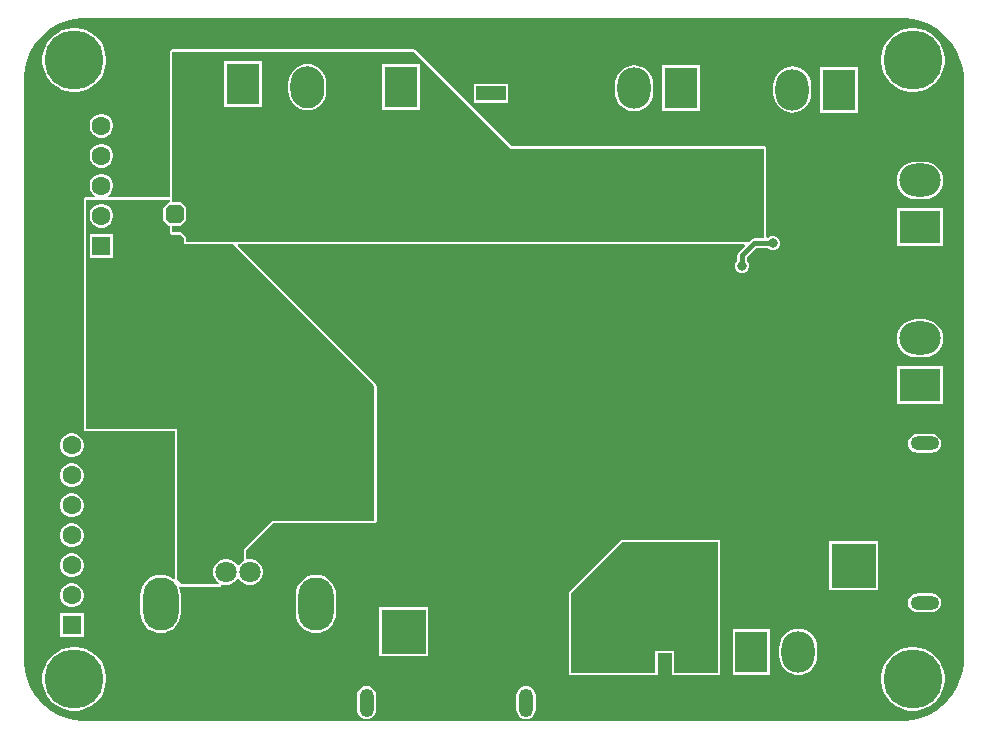
<source format=gbr>
%TF.GenerationSoftware,Altium Limited,Altium Designer,22.5.1 (42)*%
G04 Layer_Physical_Order=3*
G04 Layer_Color=16440176*
%FSLAX44Y44*%
%MOMM*%
%TF.SameCoordinates,01627914-4FCA-44A5-8146-F6A238B5A28C*%
%TF.FilePolarity,Positive*%
%TF.FileFunction,Copper,L3,Inr,Signal*%
%TF.Part,Single*%
G01*
G75*
%TA.AperFunction,Conductor*%
%ADD30C,0.3810*%
%TA.AperFunction,ComponentPad*%
%ADD33C,5.0000*%
G04:AMPARAMS|DCode=34|XSize=1.6mm|YSize=1.6mm|CornerRadius=0mm|HoleSize=0mm|Usage=FLASHONLY|Rotation=90.000|XOffset=0mm|YOffset=0mm|HoleType=Round|Shape=Octagon|*
%AMOCTAGOND34*
4,1,8,0.4000,0.8000,-0.4000,0.8000,-0.8000,0.4000,-0.8000,-0.4000,-0.4000,-0.8000,0.4000,-0.8000,0.8000,-0.4000,0.8000,0.4000,0.4000,0.8000,0.0*
%
%ADD34OCTAGOND34*%

%ADD35O,3.5000X2.8000*%
%ADD36R,3.5000X2.8000*%
%ADD37O,2.8000X3.5000*%
%ADD38R,2.8000X3.5000*%
%ADD39C,1.8000*%
%ADD40R,1.8000X1.8000*%
%ADD41O,3.0000X4.5000*%
%ADD42C,3.7160*%
%ADD43R,3.7160X3.7160*%
%ADD44O,1.2000X2.4000*%
%ADD45R,1.2000X2.5000*%
%ADD46R,2.5000X1.2000*%
%ADD47R,3.7160X3.7160*%
%ADD48O,2.4000X1.2000*%
%ADD49C,1.6000*%
%ADD50R,1.6000X1.6000*%
%TA.AperFunction,ViaPad*%
%ADD51C,0.8000*%
%ADD52C,1.2700*%
G36*
X355354Y297055D02*
X362060Y295258D01*
X368474Y292601D01*
X374487Y289130D01*
X379994Y284904D01*
X384904Y279994D01*
X389130Y274487D01*
X392601Y268474D01*
X395258Y262060D01*
X397055Y255354D01*
X397961Y248471D01*
Y245000D01*
X397961Y-245000D01*
X397961Y-248471D01*
X397055Y-255354D01*
X395258Y-262060D01*
X392601Y-268474D01*
X389130Y-274487D01*
X384904Y-279994D01*
X379994Y-284904D01*
X374487Y-289130D01*
X368474Y-292601D01*
X362060Y-295258D01*
X355354Y-297055D01*
X348471Y-297961D01*
X-348471D01*
X-355354Y-297055D01*
X-362060Y-295258D01*
X-368474Y-292601D01*
X-374487Y-289130D01*
X-379994Y-284904D01*
X-384904Y-279994D01*
X-389130Y-274487D01*
X-392601Y-268474D01*
X-395258Y-262060D01*
X-397055Y-255354D01*
X-397961Y-248471D01*
X-397961Y-245000D01*
Y245000D01*
X-397961Y248471D01*
X-397055Y255354D01*
X-395258Y262060D01*
X-392601Y268474D01*
X-389130Y274487D01*
X-384904Y279994D01*
X-379994Y284904D01*
X-374487Y289130D01*
X-368474Y292601D01*
X-362060Y295258D01*
X-355354Y297055D01*
X-348471Y297961D01*
X348471D01*
X355354Y297055D01*
D02*
G37*
%LPC*%
G36*
X357125Y289000D02*
X352875D01*
X348677Y288335D01*
X344636Y287022D01*
X340849Y285093D01*
X337411Y282595D01*
X334406Y279589D01*
X331908Y276151D01*
X329978Y272364D01*
X328665Y268323D01*
X328000Y264125D01*
Y259875D01*
X328665Y255678D01*
X329978Y251636D01*
X331908Y247849D01*
X334406Y244411D01*
X337411Y241406D01*
X340849Y238908D01*
X344636Y236978D01*
X348677Y235665D01*
X352875Y235000D01*
X357125D01*
X361323Y235665D01*
X365364Y236978D01*
X369151Y238908D01*
X372589Y241406D01*
X375594Y244411D01*
X378092Y247849D01*
X380022Y251636D01*
X381335Y255678D01*
X382000Y259875D01*
Y264125D01*
X381335Y268323D01*
X380022Y272364D01*
X378092Y276151D01*
X375594Y279589D01*
X372589Y282595D01*
X369151Y285093D01*
X365364Y287022D01*
X361323Y288335D01*
X357125Y289000D01*
D02*
G37*
G36*
X-352875D02*
X-357125D01*
X-361323Y288335D01*
X-365364Y287022D01*
X-369151Y285093D01*
X-372589Y282595D01*
X-375594Y279589D01*
X-378092Y276151D01*
X-380022Y272364D01*
X-381335Y268323D01*
X-382000Y264125D01*
Y259875D01*
X-381335Y255678D01*
X-380022Y251636D01*
X-378092Y247849D01*
X-375594Y244411D01*
X-372589Y241406D01*
X-369151Y238908D01*
X-365364Y236978D01*
X-361323Y235665D01*
X-357125Y235000D01*
X-352875D01*
X-348677Y235665D01*
X-344636Y236978D01*
X-340849Y238908D01*
X-337411Y241406D01*
X-334406Y244411D01*
X-331908Y247849D01*
X-329978Y251636D01*
X-328665Y255678D01*
X-328000Y259875D01*
Y264125D01*
X-328665Y268323D01*
X-329978Y272364D01*
X-331908Y276151D01*
X-334406Y279589D01*
X-337411Y282595D01*
X-340849Y285093D01*
X-344636Y287022D01*
X-348677Y288335D01*
X-352875Y289000D01*
D02*
G37*
G36*
X12500Y242000D02*
X-16500D01*
Y226000D01*
X12500D01*
Y242000D01*
D02*
G37*
G36*
X174600Y257500D02*
X142600D01*
Y218500D01*
X174600D01*
Y257500D01*
D02*
G37*
G36*
X119000Y257577D02*
X115863Y257269D01*
X112847Y256354D01*
X110068Y254868D01*
X107632Y252868D01*
X105632Y250432D01*
X104146Y247653D01*
X103231Y244636D01*
X102923Y241500D01*
Y234500D01*
X103231Y231364D01*
X104146Y228347D01*
X105632Y225568D01*
X107632Y223132D01*
X110068Y221132D01*
X112847Y219646D01*
X115863Y218731D01*
X119000Y218423D01*
X122136Y218731D01*
X125153Y219646D01*
X127932Y221132D01*
X130368Y223132D01*
X132368Y225568D01*
X133854Y228347D01*
X134768Y231364D01*
X135077Y234500D01*
Y241500D01*
X134768Y244636D01*
X133854Y247653D01*
X132368Y250432D01*
X130368Y252868D01*
X127932Y254868D01*
X125153Y256354D01*
X122136Y257269D01*
X119000Y257577D01*
D02*
G37*
G36*
X308600Y256500D02*
X276600D01*
Y217500D01*
X308600D01*
Y256500D01*
D02*
G37*
G36*
X253000Y256577D02*
X249863Y256269D01*
X246847Y255354D01*
X244068Y253868D01*
X241632Y251868D01*
X239632Y249432D01*
X238146Y246653D01*
X237232Y243636D01*
X236923Y240500D01*
Y233500D01*
X237232Y230364D01*
X238146Y227347D01*
X239632Y224568D01*
X241632Y222132D01*
X244068Y220132D01*
X246847Y218646D01*
X249863Y217731D01*
X253000Y217423D01*
X256136Y217731D01*
X259153Y218646D01*
X261932Y220132D01*
X264368Y222132D01*
X266368Y224568D01*
X267854Y227347D01*
X268769Y230364D01*
X269077Y233500D01*
Y240500D01*
X268769Y243636D01*
X267854Y246653D01*
X266368Y249432D01*
X264368Y251868D01*
X261932Y253868D01*
X259153Y255354D01*
X256136Y256269D01*
X253000Y256577D01*
D02*
G37*
G36*
X-330684Y216400D02*
X-333316D01*
X-335860Y215718D01*
X-338140Y214402D01*
X-340002Y212540D01*
X-341319Y210260D01*
X-342000Y207717D01*
Y205084D01*
X-341319Y202540D01*
X-340002Y200260D01*
X-338140Y198398D01*
X-335860Y197082D01*
X-333316Y196400D01*
X-330684D01*
X-328140Y197082D01*
X-325860Y198398D01*
X-323998Y200260D01*
X-322682Y202540D01*
X-322000Y205084D01*
Y207717D01*
X-322682Y210260D01*
X-323998Y212540D01*
X-325860Y214402D01*
X-328140Y215718D01*
X-330684Y216400D01*
D02*
G37*
G36*
Y191000D02*
X-333316D01*
X-335860Y190319D01*
X-338140Y189002D01*
X-340002Y187140D01*
X-341319Y184860D01*
X-342000Y182316D01*
Y179683D01*
X-341319Y177140D01*
X-340002Y174860D01*
X-338140Y172998D01*
X-335860Y171681D01*
X-333316Y171000D01*
X-330684D01*
X-328140Y171681D01*
X-325860Y172998D01*
X-323998Y174860D01*
X-322682Y177140D01*
X-322000Y179683D01*
Y182316D01*
X-322682Y184860D01*
X-323998Y187140D01*
X-325860Y189002D01*
X-328140Y190319D01*
X-330684Y191000D01*
D02*
G37*
G36*
X-67000Y271039D02*
X-272000D01*
X-272780Y270884D01*
X-273442Y270442D01*
X-273884Y269780D01*
X-274039Y269000D01*
Y145789D01*
X-326453D01*
X-326793Y147059D01*
X-325860Y147598D01*
X-323998Y149460D01*
X-322682Y151740D01*
X-322000Y154284D01*
Y156917D01*
X-322682Y159460D01*
X-323998Y161740D01*
X-325860Y163602D01*
X-328140Y164918D01*
X-330684Y165600D01*
X-333316D01*
X-335860Y164918D01*
X-338140Y163602D01*
X-340002Y161740D01*
X-341319Y159460D01*
X-342000Y156917D01*
Y154284D01*
X-341319Y151740D01*
X-340002Y149460D01*
X-338140Y147598D01*
X-337207Y147059D01*
X-337547Y145789D01*
X-345000D01*
X-345780Y145634D01*
X-346442Y145192D01*
X-346884Y144530D01*
X-347039Y143750D01*
Y-50000D01*
X-346884Y-50780D01*
X-346442Y-51442D01*
X-345780Y-51884D01*
X-345000Y-52039D01*
X-270039D01*
Y-82000D01*
Y-177099D01*
X-271309Y-177700D01*
X-272410Y-176797D01*
X-275363Y-175218D01*
X-278567Y-174246D01*
X-281900Y-173918D01*
X-285233Y-174246D01*
X-288437Y-175218D01*
X-291390Y-176797D01*
X-293979Y-178921D01*
X-296103Y-181510D01*
X-297682Y-184463D01*
X-298654Y-187667D01*
X-298982Y-191000D01*
Y-206000D01*
X-298654Y-209333D01*
X-297682Y-212537D01*
X-296103Y-215490D01*
X-293979Y-218079D01*
X-291390Y-220203D01*
X-288437Y-221782D01*
X-285233Y-222754D01*
X-281900Y-223082D01*
X-278567Y-222754D01*
X-275363Y-221782D01*
X-272410Y-220203D01*
X-269821Y-218079D01*
X-267697Y-215490D01*
X-266118Y-212537D01*
X-265146Y-209333D01*
X-264818Y-206000D01*
Y-191000D01*
X-265146Y-187667D01*
X-266097Y-184531D01*
X-266021Y-184407D01*
X-265012Y-183729D01*
X-264780Y-183884D01*
X-264000Y-184039D01*
X-232380D01*
X-232248Y-184013D01*
X-232114Y-184022D01*
X-231861Y-183936D01*
X-231600Y-183884D01*
X-231488Y-183809D01*
X-231361Y-183766D01*
X-231160Y-183590D01*
X-230938Y-183442D01*
X-230864Y-183330D01*
X-230763Y-183241D01*
X-230644Y-183002D01*
X-230496Y-182780D01*
X-229690Y-182112D01*
X-229384Y-181935D01*
X-227648Y-182400D01*
X-224752D01*
X-221954Y-181650D01*
X-219446Y-180202D01*
X-217398Y-178154D01*
X-216835Y-177179D01*
X-215565D01*
X-215002Y-178154D01*
X-212954Y-180202D01*
X-210446Y-181650D01*
X-207648Y-182400D01*
X-204752D01*
X-201954Y-181650D01*
X-199446Y-180202D01*
X-197398Y-178154D01*
X-195950Y-175646D01*
X-195200Y-172848D01*
Y-169952D01*
X-195950Y-167154D01*
X-197398Y-164646D01*
X-199446Y-162598D01*
X-201954Y-161150D01*
X-204752Y-160400D01*
X-207648D01*
X-208453Y-160616D01*
X-209461Y-159843D01*
Y-152595D01*
X-186905Y-130039D01*
X-101000D01*
X-100220Y-129884D01*
X-99558Y-129442D01*
X-99116Y-128780D01*
X-98961Y-128000D01*
Y-73000D01*
Y-13750D01*
X-98961Y-13750D01*
X-99116Y-12970D01*
X-99558Y-12308D01*
X-99558Y-12308D01*
X-216654Y104788D01*
X-216168Y105961D01*
X212421D01*
X212907Y104788D01*
X207435Y99315D01*
X206572Y98024D01*
X206269Y96500D01*
Y92254D01*
X205163Y91149D01*
X204250Y88944D01*
Y86557D01*
X205163Y84351D01*
X206851Y82663D01*
X209056Y81750D01*
X211444D01*
X213649Y82663D01*
X215337Y84351D01*
X216250Y86557D01*
Y88944D01*
X215337Y91149D01*
X214231Y92254D01*
Y94851D01*
X222399Y103019D01*
X231746D01*
X232851Y101913D01*
X235056Y101000D01*
X237444D01*
X239649Y101913D01*
X241337Y103601D01*
X242250Y105807D01*
Y108194D01*
X241337Y110399D01*
X239649Y112086D01*
X237444Y113000D01*
X235056D01*
X232851Y112086D01*
X232309Y111545D01*
X231039Y112071D01*
Y187000D01*
X230884Y187780D01*
X230442Y188442D01*
X229780Y188884D01*
X229000Y189039D01*
X15845D01*
X-65558Y270442D01*
X-66220Y270884D01*
X-67000Y271039D01*
D02*
G37*
G36*
X364500Y176077D02*
X357500D01*
X354364Y175769D01*
X351347Y174854D01*
X348568Y173368D01*
X346132Y171369D01*
X344132Y168932D01*
X342646Y166153D01*
X341731Y163137D01*
X341423Y160000D01*
X341731Y156863D01*
X342646Y153847D01*
X344132Y151068D01*
X346132Y148632D01*
X348568Y146632D01*
X351347Y145146D01*
X354364Y144232D01*
X357500Y143923D01*
X364500D01*
X367636Y144232D01*
X370653Y145146D01*
X373432Y146632D01*
X375868Y148632D01*
X377868Y151068D01*
X379354Y153847D01*
X380269Y156863D01*
X380577Y160000D01*
X380269Y163137D01*
X379354Y166153D01*
X377868Y168932D01*
X375868Y171369D01*
X373432Y173368D01*
X370653Y174854D01*
X367636Y175769D01*
X364500Y176077D01*
D02*
G37*
G36*
X380500Y136400D02*
X341500D01*
Y104400D01*
X380500D01*
Y136400D01*
D02*
G37*
G36*
X364500Y42477D02*
X357500D01*
X354364Y42168D01*
X351347Y41254D01*
X348568Y39768D01*
X346132Y37768D01*
X344132Y35332D01*
X342646Y32552D01*
X341731Y29536D01*
X341423Y26400D01*
X341731Y23263D01*
X342646Y20247D01*
X344132Y17468D01*
X346132Y15031D01*
X348568Y13032D01*
X351347Y11546D01*
X354364Y10632D01*
X357500Y10323D01*
X364500D01*
X367636Y10632D01*
X370653Y11546D01*
X373432Y13032D01*
X375868Y15031D01*
X377868Y17468D01*
X379354Y20247D01*
X380269Y23263D01*
X380577Y26400D01*
X380269Y29536D01*
X379354Y32552D01*
X377868Y35332D01*
X375868Y37768D01*
X373432Y39768D01*
X370653Y41254D01*
X367636Y42168D01*
X364500Y42477D01*
D02*
G37*
G36*
X380500Y2800D02*
X341500D01*
Y-29200D01*
X380500D01*
Y2800D01*
D02*
G37*
G36*
X371000Y-54431D02*
X359000D01*
X356912Y-54706D01*
X354966Y-55512D01*
X353294Y-56794D01*
X352012Y-58465D01*
X351206Y-60412D01*
X350931Y-62500D01*
X351206Y-64588D01*
X352012Y-66535D01*
X353294Y-68206D01*
X354966Y-69488D01*
X356912Y-70294D01*
X359000Y-70569D01*
X371000D01*
X373088Y-70294D01*
X375034Y-69488D01*
X376706Y-68206D01*
X377988Y-66535D01*
X378794Y-64588D01*
X379069Y-62500D01*
X378794Y-60412D01*
X377988Y-58465D01*
X376706Y-56794D01*
X375034Y-55512D01*
X373088Y-54706D01*
X371000Y-54431D01*
D02*
G37*
G36*
X-355684Y-54200D02*
X-358317D01*
X-360860Y-54882D01*
X-363140Y-56198D01*
X-365002Y-58060D01*
X-366319Y-60340D01*
X-367000Y-62884D01*
Y-65517D01*
X-366319Y-68060D01*
X-365002Y-70340D01*
X-363140Y-72202D01*
X-360860Y-73519D01*
X-358317Y-74200D01*
X-355684D01*
X-353140Y-73519D01*
X-350860Y-72202D01*
X-348998Y-70340D01*
X-347682Y-68060D01*
X-347000Y-65517D01*
Y-62884D01*
X-347682Y-60340D01*
X-348998Y-58060D01*
X-350860Y-56198D01*
X-353140Y-54882D01*
X-355684Y-54200D01*
D02*
G37*
G36*
Y-79600D02*
X-358317D01*
X-360860Y-80281D01*
X-363140Y-81598D01*
X-365002Y-83460D01*
X-366319Y-85740D01*
X-367000Y-88284D01*
Y-90917D01*
X-366319Y-93460D01*
X-365002Y-95740D01*
X-363140Y-97602D01*
X-360860Y-98919D01*
X-358317Y-99600D01*
X-355684D01*
X-353140Y-98919D01*
X-350860Y-97602D01*
X-348998Y-95740D01*
X-347682Y-93460D01*
X-347000Y-90917D01*
Y-88284D01*
X-347682Y-85740D01*
X-348998Y-83460D01*
X-350860Y-81598D01*
X-353140Y-80281D01*
X-355684Y-79600D01*
D02*
G37*
G36*
X-355684Y-105000D02*
X-358316D01*
X-360860Y-105681D01*
X-363140Y-106998D01*
X-365002Y-108860D01*
X-366319Y-111140D01*
X-367000Y-113684D01*
Y-116316D01*
X-366319Y-118860D01*
X-365002Y-121140D01*
X-363140Y-123002D01*
X-360860Y-124319D01*
X-358316Y-125000D01*
X-355684D01*
X-353140Y-124319D01*
X-350860Y-123002D01*
X-348998Y-121140D01*
X-347682Y-118860D01*
X-347000Y-116316D01*
Y-113684D01*
X-347682Y-111140D01*
X-348998Y-108860D01*
X-350860Y-106998D01*
X-353140Y-105681D01*
X-355684Y-105000D01*
D02*
G37*
G36*
X-355684Y-130400D02*
X-358317D01*
X-360860Y-131081D01*
X-363140Y-132398D01*
X-365002Y-134260D01*
X-366319Y-136540D01*
X-367000Y-139083D01*
Y-141716D01*
X-366319Y-144260D01*
X-365002Y-146540D01*
X-363140Y-148402D01*
X-360860Y-149719D01*
X-358317Y-150400D01*
X-355684D01*
X-353140Y-149719D01*
X-350860Y-148402D01*
X-348998Y-146540D01*
X-347682Y-144260D01*
X-347000Y-141716D01*
Y-139083D01*
X-347682Y-136540D01*
X-348998Y-134260D01*
X-350860Y-132398D01*
X-353140Y-131081D01*
X-355684Y-130400D01*
D02*
G37*
G36*
Y-155800D02*
X-358317D01*
X-360860Y-156482D01*
X-363140Y-157798D01*
X-365002Y-159660D01*
X-366319Y-161940D01*
X-367000Y-164484D01*
Y-167117D01*
X-366319Y-169660D01*
X-365002Y-171940D01*
X-363140Y-173802D01*
X-360860Y-175119D01*
X-358317Y-175800D01*
X-355684D01*
X-353140Y-175119D01*
X-350860Y-173802D01*
X-348998Y-171940D01*
X-347682Y-169660D01*
X-347000Y-167117D01*
Y-164484D01*
X-347682Y-161940D01*
X-348998Y-159660D01*
X-350860Y-157798D01*
X-353140Y-156482D01*
X-355684Y-155800D01*
D02*
G37*
G36*
X325580Y-145420D02*
X284420D01*
Y-186580D01*
X325580D01*
Y-145420D01*
D02*
G37*
G36*
X-355684Y-181200D02*
X-358317D01*
X-360860Y-181882D01*
X-363140Y-183198D01*
X-365002Y-185060D01*
X-366319Y-187340D01*
X-367000Y-189883D01*
Y-192516D01*
X-366319Y-195060D01*
X-365002Y-197340D01*
X-363140Y-199202D01*
X-360860Y-200518D01*
X-358317Y-201200D01*
X-355684D01*
X-353140Y-200518D01*
X-350860Y-199202D01*
X-348998Y-197340D01*
X-347682Y-195060D01*
X-347000Y-192516D01*
Y-189883D01*
X-347682Y-187340D01*
X-348998Y-185060D01*
X-350860Y-183198D01*
X-353140Y-181882D01*
X-355684Y-181200D01*
D02*
G37*
G36*
X371000Y-189431D02*
X359000D01*
X356912Y-189706D01*
X354966Y-190512D01*
X353294Y-191794D01*
X352012Y-193465D01*
X351206Y-195412D01*
X350931Y-197500D01*
X351206Y-199588D01*
X352012Y-201535D01*
X353294Y-203206D01*
X354966Y-204488D01*
X356912Y-205294D01*
X359000Y-205569D01*
X371000D01*
X373088Y-205294D01*
X375034Y-204488D01*
X376706Y-203206D01*
X377988Y-201535D01*
X378794Y-199588D01*
X379069Y-197500D01*
X378794Y-195412D01*
X377988Y-193465D01*
X376706Y-191794D01*
X375034Y-190512D01*
X373088Y-189706D01*
X371000Y-189431D01*
D02*
G37*
G36*
X-150500Y-173918D02*
X-153833Y-174246D01*
X-157037Y-175218D01*
X-159990Y-176797D01*
X-162579Y-178921D01*
X-164703Y-181510D01*
X-166282Y-184463D01*
X-167254Y-187667D01*
X-167582Y-191000D01*
Y-206000D01*
X-167254Y-209333D01*
X-166282Y-212537D01*
X-164703Y-215490D01*
X-162579Y-218079D01*
X-159990Y-220203D01*
X-157037Y-221782D01*
X-153833Y-222754D01*
X-150500Y-223082D01*
X-147167Y-222754D01*
X-143963Y-221782D01*
X-141010Y-220203D01*
X-138421Y-218079D01*
X-136297Y-215490D01*
X-134718Y-212537D01*
X-133746Y-209333D01*
X-133418Y-206000D01*
Y-191000D01*
X-133746Y-187667D01*
X-134718Y-184463D01*
X-136297Y-181510D01*
X-138421Y-178921D01*
X-141010Y-176797D01*
X-143963Y-175218D01*
X-147167Y-174246D01*
X-150500Y-173918D01*
D02*
G37*
G36*
X-347000Y-206600D02*
X-367000D01*
Y-226600D01*
X-347000D01*
Y-206600D01*
D02*
G37*
G36*
X-55420Y-201420D02*
X-96580D01*
Y-242580D01*
X-55420D01*
Y-201420D01*
D02*
G37*
G36*
X234400Y-219500D02*
X202400D01*
Y-258500D01*
X234400D01*
Y-219500D01*
D02*
G37*
G36*
X258000Y-219423D02*
X254863Y-219732D01*
X251847Y-220646D01*
X249068Y-222132D01*
X246632Y-224132D01*
X244632Y-226568D01*
X243146Y-229347D01*
X242232Y-232363D01*
X241923Y-235500D01*
Y-242500D01*
X242232Y-245637D01*
X243146Y-248653D01*
X244632Y-251432D01*
X246632Y-253869D01*
X249068Y-255868D01*
X251847Y-257354D01*
X254863Y-258269D01*
X258000Y-258577D01*
X261136Y-258269D01*
X264153Y-257354D01*
X266932Y-255868D01*
X269368Y-253869D01*
X271368Y-251432D01*
X272854Y-248653D01*
X273769Y-245637D01*
X274077Y-242500D01*
Y-235500D01*
X273769Y-232363D01*
X272854Y-229347D01*
X271368Y-226568D01*
X269368Y-224132D01*
X266932Y-222132D01*
X264153Y-220646D01*
X261136Y-219732D01*
X258000Y-219423D01*
D02*
G37*
G36*
X109000Y-143961D02*
X108220Y-144116D01*
X107558Y-144558D01*
X64558Y-187558D01*
X64116Y-188220D01*
X63961Y-189000D01*
Y-222000D01*
Y-257000D01*
X64116Y-257780D01*
X64558Y-258442D01*
X65220Y-258884D01*
X66000Y-259039D01*
X137000D01*
X137780Y-258884D01*
X138442Y-258442D01*
X138884Y-257780D01*
X139039Y-257000D01*
Y-240539D01*
X150961D01*
Y-257000D01*
X151116Y-257780D01*
X151558Y-258442D01*
X152220Y-258884D01*
X153000Y-259039D01*
X190000D01*
X190780Y-258884D01*
X191442Y-258442D01*
X191884Y-257780D01*
X192039Y-257000D01*
Y-146000D01*
X191884Y-145220D01*
X191442Y-144558D01*
X190780Y-144116D01*
X190000Y-143961D01*
X109000D01*
X109000Y-143961D01*
D02*
G37*
G36*
X357125Y-235000D02*
X352875D01*
X348677Y-235665D01*
X344636Y-236978D01*
X340849Y-238908D01*
X337411Y-241406D01*
X334406Y-244411D01*
X331908Y-247849D01*
X329978Y-251636D01*
X328665Y-255678D01*
X328000Y-259875D01*
Y-264125D01*
X328665Y-268323D01*
X329978Y-272364D01*
X331908Y-276151D01*
X334406Y-279589D01*
X337411Y-282595D01*
X340849Y-285093D01*
X344636Y-287022D01*
X348677Y-288335D01*
X352875Y-289000D01*
X357125D01*
X361323Y-288335D01*
X365364Y-287022D01*
X369151Y-285093D01*
X372589Y-282595D01*
X375594Y-279589D01*
X378092Y-276151D01*
X380022Y-272364D01*
X381335Y-268323D01*
X382000Y-264125D01*
Y-259875D01*
X381335Y-255678D01*
X380022Y-251636D01*
X378092Y-247849D01*
X375594Y-244411D01*
X372589Y-241406D01*
X369151Y-238908D01*
X365364Y-236978D01*
X361323Y-235665D01*
X357125Y-235000D01*
D02*
G37*
G36*
X-352875D02*
X-357125D01*
X-361323Y-235665D01*
X-365364Y-236978D01*
X-369151Y-238908D01*
X-372589Y-241406D01*
X-375594Y-244411D01*
X-378092Y-247849D01*
X-380022Y-251636D01*
X-381335Y-255678D01*
X-382000Y-259875D01*
Y-264125D01*
X-381335Y-268323D01*
X-380022Y-272364D01*
X-378092Y-276151D01*
X-375594Y-279589D01*
X-372589Y-282595D01*
X-369151Y-285093D01*
X-365364Y-287022D01*
X-361323Y-288335D01*
X-357125Y-289000D01*
X-352875D01*
X-348677Y-288335D01*
X-344636Y-287022D01*
X-340849Y-285093D01*
X-337411Y-282595D01*
X-334406Y-279589D01*
X-331908Y-276151D01*
X-329978Y-272364D01*
X-328665Y-268323D01*
X-328000Y-264125D01*
Y-259875D01*
X-328665Y-255678D01*
X-329978Y-251636D01*
X-331908Y-247849D01*
X-334406Y-244411D01*
X-337411Y-241406D01*
X-340849Y-238908D01*
X-344636Y-236978D01*
X-348677Y-235665D01*
X-352875Y-235000D01*
D02*
G37*
G36*
X27500Y-267931D02*
X25412Y-268206D01*
X23465Y-269012D01*
X21794Y-270294D01*
X20512Y-271966D01*
X19706Y-273912D01*
X19431Y-276000D01*
Y-288000D01*
X19706Y-290088D01*
X20512Y-292034D01*
X21794Y-293706D01*
X23465Y-294988D01*
X25412Y-295794D01*
X27500Y-296069D01*
X29588Y-295794D01*
X31535Y-294988D01*
X33206Y-293706D01*
X34488Y-292034D01*
X35294Y-290088D01*
X35569Y-288000D01*
Y-276000D01*
X35294Y-273912D01*
X34488Y-271966D01*
X33206Y-270294D01*
X31535Y-269012D01*
X29588Y-268206D01*
X27500Y-267931D01*
D02*
G37*
G36*
X-107500D02*
X-109588Y-268206D01*
X-111535Y-269012D01*
X-113206Y-270294D01*
X-114488Y-271966D01*
X-115294Y-273912D01*
X-115569Y-276000D01*
Y-288000D01*
X-115294Y-290088D01*
X-114488Y-292034D01*
X-113206Y-293706D01*
X-111535Y-294988D01*
X-109588Y-295794D01*
X-107500Y-296069D01*
X-105412Y-295794D01*
X-103465Y-294988D01*
X-101794Y-293706D01*
X-100512Y-292034D01*
X-99706Y-290088D01*
X-99431Y-288000D01*
Y-276000D01*
X-99706Y-273912D01*
X-100512Y-271966D01*
X-101794Y-270294D01*
X-103465Y-269012D01*
X-105412Y-268206D01*
X-107500Y-267931D01*
D02*
G37*
%LPD*%
G36*
X15000Y187000D02*
X229000D01*
Y110982D01*
X220750D01*
X219479Y110729D01*
X219226Y110678D01*
X217935Y109815D01*
X216119Y108000D01*
X-260000D01*
Y111300D01*
X-265000Y116300D01*
X-272000D01*
Y121700D01*
X-265000D01*
X-260000Y126700D01*
Y136700D01*
X-265000Y141700D01*
X-272000D01*
Y269000D01*
X-67000D01*
X15000Y187000D01*
D02*
G37*
G36*
X-274039Y141700D02*
X-275000D01*
X-280000Y136700D01*
Y126700D01*
X-275000Y121700D01*
X-274039D01*
Y116300D01*
X-273884Y115520D01*
X-273442Y114858D01*
X-272780Y114416D01*
X-272000Y114261D01*
X-265845D01*
X-262039Y110455D01*
Y108000D01*
X-261884Y107220D01*
X-261442Y106558D01*
X-260780Y106116D01*
X-260000Y105961D01*
X-220711D01*
X-101000Y-13750D01*
Y-73000D01*
Y-128000D01*
X-187750D01*
X-211500Y-151750D01*
Y-161758D01*
X-212954Y-162598D01*
X-215002Y-164646D01*
X-215565Y-165621D01*
X-216835D01*
X-217398Y-164646D01*
X-219446Y-162598D01*
X-221954Y-161150D01*
X-224752Y-160400D01*
X-227648D01*
X-230446Y-161150D01*
X-232954Y-162598D01*
X-235002Y-164646D01*
X-236450Y-167154D01*
X-237200Y-169952D01*
Y-172848D01*
X-236450Y-175646D01*
X-235002Y-178154D01*
X-232954Y-180202D01*
X-232040Y-180730D01*
X-232380Y-182000D01*
X-264000D01*
X-268000Y-178000D01*
Y-82000D01*
Y-50000D01*
X-345000D01*
Y143750D01*
X-274039D01*
Y141700D01*
D02*
G37*
%LPC*%
G36*
X-196400Y261500D02*
X-228400D01*
Y222500D01*
X-196400D01*
Y261500D01*
D02*
G37*
G36*
X-62400Y258500D02*
X-94400D01*
Y219500D01*
X-62400D01*
Y258500D01*
D02*
G37*
G36*
X-157600Y258577D02*
X-160737Y258269D01*
X-163753Y257354D01*
X-166532Y255868D01*
X-168969Y253869D01*
X-170968Y251432D01*
X-172454Y248653D01*
X-173368Y245637D01*
X-173677Y242500D01*
Y235500D01*
X-173368Y232363D01*
X-172454Y229347D01*
X-170968Y226568D01*
X-168969Y224132D01*
X-166532Y222132D01*
X-163753Y220646D01*
X-160737Y219732D01*
X-157600Y219423D01*
X-154464Y219732D01*
X-151447Y220646D01*
X-148668Y222132D01*
X-146232Y224132D01*
X-144232Y226568D01*
X-142746Y229347D01*
X-141832Y232363D01*
X-141523Y235500D01*
Y242500D01*
X-141832Y245637D01*
X-142746Y248653D01*
X-144232Y251432D01*
X-146232Y253869D01*
X-148668Y255868D01*
X-151447Y257354D01*
X-154464Y258269D01*
X-157600Y258577D01*
D02*
G37*
%LPD*%
G36*
X-154863Y256259D02*
X-152232Y255460D01*
X-149806Y254164D01*
X-147681Y252419D01*
X-145936Y250294D01*
X-144640Y247868D01*
X-143841Y245237D01*
X-143562Y242400D01*
Y235600D01*
X-143841Y232763D01*
X-144640Y230131D01*
X-145936Y227706D01*
X-147681Y225581D01*
X-149806Y223836D01*
X-152232Y222540D01*
X-154863Y221741D01*
X-157600Y221472D01*
X-160337Y221741D01*
X-162969Y222540D01*
X-165394Y223836D01*
X-167520Y225581D01*
X-169264Y227706D01*
X-170560Y230131D01*
X-171359Y232763D01*
X-171638Y235600D01*
Y242400D01*
X-171359Y245237D01*
X-170560Y247868D01*
X-169264Y250294D01*
X-167520Y252419D01*
X-165394Y254164D01*
X-162969Y255460D01*
X-160337Y256259D01*
X-157600Y256528D01*
X-154863Y256259D01*
D02*
G37*
%LPC*%
G36*
X-330684Y140200D02*
X-333316D01*
X-335860Y139518D01*
X-338140Y138202D01*
X-340002Y136340D01*
X-341319Y134060D01*
X-342000Y131517D01*
Y128883D01*
X-341319Y126340D01*
X-340002Y124060D01*
X-338140Y122198D01*
X-335860Y120882D01*
X-333316Y120200D01*
X-330684D01*
X-328140Y120882D01*
X-325860Y122198D01*
X-323998Y124060D01*
X-322682Y126340D01*
X-322000Y128883D01*
Y131517D01*
X-322682Y134060D01*
X-323998Y136340D01*
X-325860Y138202D01*
X-328140Y139518D01*
X-330684Y140200D01*
D02*
G37*
G36*
X-322000Y114800D02*
X-342000D01*
Y94800D01*
X-322000D01*
Y114800D01*
D02*
G37*
%LPD*%
G36*
X190000Y-257000D02*
X153000D01*
Y-238500D01*
X137000D01*
Y-257000D01*
X66000D01*
Y-222000D01*
Y-189000D01*
X109000Y-146000D01*
X190000D01*
Y-257000D01*
D02*
G37*
D30*
X210250Y96500D02*
X220750Y107000D01*
X210250Y87750D02*
Y96500D01*
X220750Y107000D02*
X236250D01*
D33*
X355000Y-262000D02*
D03*
X-355000Y262000D02*
D03*
Y-262000D02*
D03*
X355000Y262000D02*
D03*
D34*
X-270000Y106300D02*
D03*
Y131700D02*
D03*
D35*
X361000Y160000D02*
D03*
Y199600D02*
D03*
Y66000D02*
D03*
Y26400D02*
D03*
D36*
Y120400D02*
D03*
Y-13200D02*
D03*
D37*
X119000Y238000D02*
D03*
X79400D02*
D03*
X213400Y237000D02*
D03*
X253000D02*
D03*
X258000Y-239000D02*
D03*
X297600D02*
D03*
X-291600Y242000D02*
D03*
X-252000D02*
D03*
X-118000Y239000D02*
D03*
X-157600D02*
D03*
D38*
X158600Y238000D02*
D03*
X292600Y237000D02*
D03*
X218400Y-239000D02*
D03*
X-212400Y242000D02*
D03*
X-78400Y239000D02*
D03*
D39*
X-206200Y-171400D02*
D03*
X-181200Y-171400D02*
D03*
X-226200Y-171400D02*
D03*
D40*
X-251200D02*
D03*
D41*
X-281900Y-198500D02*
D03*
X-150500D02*
D03*
D42*
X-4000Y-222000D02*
D03*
X305000Y-94000D02*
D03*
D43*
X-76000Y-222000D02*
D03*
D44*
X27500Y-282000D02*
D03*
X-107500D02*
D03*
D45*
X145000Y-253000D02*
D03*
X-29000Y259000D02*
D03*
D46*
X118000Y-278000D02*
D03*
Y-228000D02*
D03*
X-2000Y284000D02*
D03*
Y234000D02*
D03*
D47*
X305000Y-166000D02*
D03*
D48*
X365000Y-62500D02*
D03*
Y-197500D02*
D03*
D49*
X-357000Y-89600D02*
D03*
Y-140400D02*
D03*
Y-191200D02*
D03*
Y-165800D02*
D03*
X-357000Y-115000D02*
D03*
X-357000Y-64200D02*
D03*
X-357700Y70800D02*
D03*
X-332300D02*
D03*
X-357700Y20000D02*
D03*
X-332300D02*
D03*
X-357700Y-30800D02*
D03*
Y-5400D02*
D03*
X-332300D02*
D03*
Y45400D02*
D03*
X-357700D02*
D03*
X-357400Y181000D02*
D03*
X-332000D02*
D03*
Y130200D02*
D03*
X-357400D02*
D03*
Y104800D02*
D03*
X-332000Y155600D02*
D03*
X-357400D02*
D03*
X-332000Y206400D02*
D03*
X-357400D02*
D03*
D50*
X-357000Y-216600D02*
D03*
X-332300Y-30800D02*
D03*
X-332000Y104800D02*
D03*
D51*
X210250Y87750D02*
D03*
X236250Y107000D02*
D03*
D52*
X-76292Y-146833D02*
D03*
%TF.MD5,f4798f892eea6361a9a904f0e5cb382e*%
M02*

</source>
